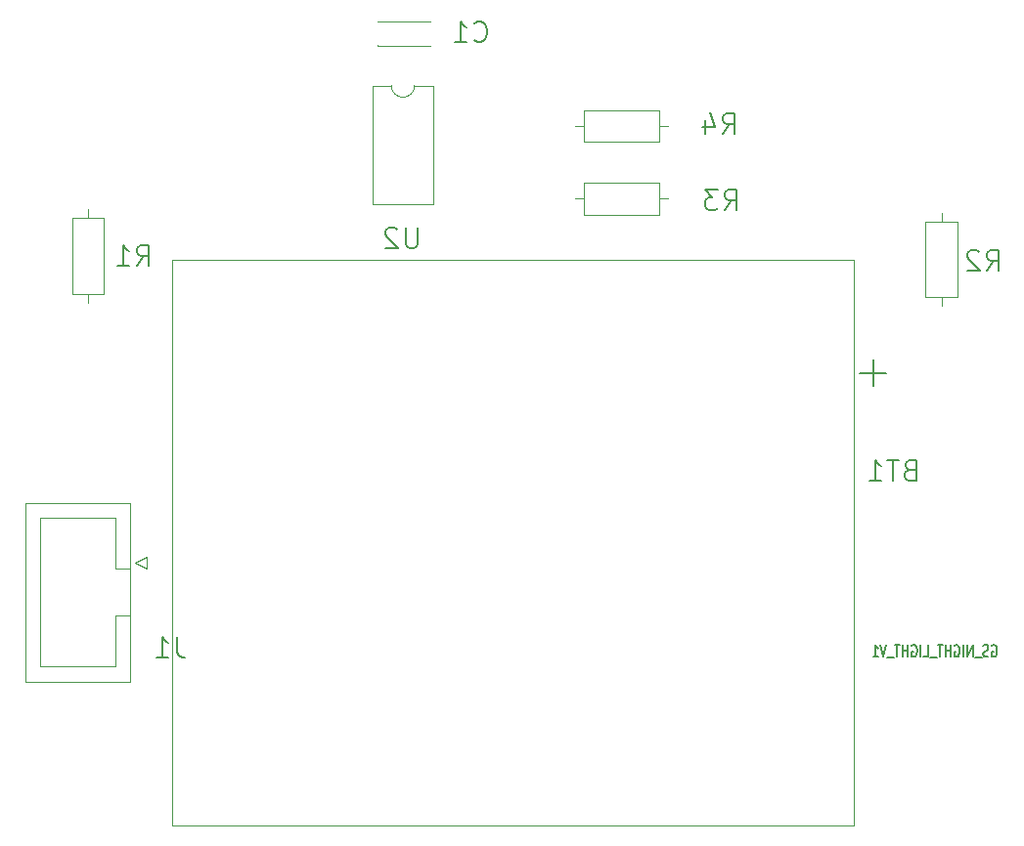
<source format=gbr>
%TF.GenerationSoftware,KiCad,Pcbnew,9.0.7-9.0.7~ubuntu24.04.1*%
%TF.CreationDate,2026-01-20T11:30:11-05:00*%
%TF.ProjectId,GS_Circuit,47535f43-6972-4637-9569-742e6b696361,rev?*%
%TF.SameCoordinates,Original*%
%TF.FileFunction,Legend,Bot*%
%TF.FilePolarity,Positive*%
%FSLAX46Y46*%
G04 Gerber Fmt 4.6, Leading zero omitted, Abs format (unit mm)*
G04 Created by KiCad (PCBNEW 9.0.7-9.0.7~ubuntu24.04.1) date 2026-01-20 11:30:11*
%MOMM*%
%LPD*%
G01*
G04 APERTURE LIST*
%ADD10C,0.152400*%
%ADD11C,0.203200*%
%ADD12C,0.150000*%
%ADD13C,0.100000*%
%ADD14C,0.120000*%
G04 APERTURE END LIST*
D10*
X101499165Y-79097313D02*
X101571737Y-79049694D01*
X101571737Y-79049694D02*
X101680594Y-79049694D01*
X101680594Y-79049694D02*
X101789451Y-79097313D01*
X101789451Y-79097313D02*
X101862022Y-79192551D01*
X101862022Y-79192551D02*
X101898308Y-79287789D01*
X101898308Y-79287789D02*
X101934594Y-79478265D01*
X101934594Y-79478265D02*
X101934594Y-79621122D01*
X101934594Y-79621122D02*
X101898308Y-79811598D01*
X101898308Y-79811598D02*
X101862022Y-79906836D01*
X101862022Y-79906836D02*
X101789451Y-80002075D01*
X101789451Y-80002075D02*
X101680594Y-80049694D01*
X101680594Y-80049694D02*
X101608022Y-80049694D01*
X101608022Y-80049694D02*
X101499165Y-80002075D01*
X101499165Y-80002075D02*
X101462879Y-79954455D01*
X101462879Y-79954455D02*
X101462879Y-79621122D01*
X101462879Y-79621122D02*
X101608022Y-79621122D01*
X101172594Y-80002075D02*
X101063737Y-80049694D01*
X101063737Y-80049694D02*
X100882308Y-80049694D01*
X100882308Y-80049694D02*
X100809737Y-80002075D01*
X100809737Y-80002075D02*
X100773451Y-79954455D01*
X100773451Y-79954455D02*
X100737165Y-79859217D01*
X100737165Y-79859217D02*
X100737165Y-79763979D01*
X100737165Y-79763979D02*
X100773451Y-79668741D01*
X100773451Y-79668741D02*
X100809737Y-79621122D01*
X100809737Y-79621122D02*
X100882308Y-79573503D01*
X100882308Y-79573503D02*
X101027451Y-79525884D01*
X101027451Y-79525884D02*
X101100022Y-79478265D01*
X101100022Y-79478265D02*
X101136308Y-79430646D01*
X101136308Y-79430646D02*
X101172594Y-79335408D01*
X101172594Y-79335408D02*
X101172594Y-79240170D01*
X101172594Y-79240170D02*
X101136308Y-79144932D01*
X101136308Y-79144932D02*
X101100022Y-79097313D01*
X101100022Y-79097313D02*
X101027451Y-79049694D01*
X101027451Y-79049694D02*
X100846022Y-79049694D01*
X100846022Y-79049694D02*
X100737165Y-79097313D01*
X100592023Y-80144932D02*
X100011451Y-80144932D01*
X99830023Y-80049694D02*
X99830023Y-79049694D01*
X99830023Y-79049694D02*
X99394594Y-80049694D01*
X99394594Y-80049694D02*
X99394594Y-79049694D01*
X99031737Y-80049694D02*
X99031737Y-79049694D01*
X98269737Y-79097313D02*
X98342309Y-79049694D01*
X98342309Y-79049694D02*
X98451166Y-79049694D01*
X98451166Y-79049694D02*
X98560023Y-79097313D01*
X98560023Y-79097313D02*
X98632594Y-79192551D01*
X98632594Y-79192551D02*
X98668880Y-79287789D01*
X98668880Y-79287789D02*
X98705166Y-79478265D01*
X98705166Y-79478265D02*
X98705166Y-79621122D01*
X98705166Y-79621122D02*
X98668880Y-79811598D01*
X98668880Y-79811598D02*
X98632594Y-79906836D01*
X98632594Y-79906836D02*
X98560023Y-80002075D01*
X98560023Y-80002075D02*
X98451166Y-80049694D01*
X98451166Y-80049694D02*
X98378594Y-80049694D01*
X98378594Y-80049694D02*
X98269737Y-80002075D01*
X98269737Y-80002075D02*
X98233451Y-79954455D01*
X98233451Y-79954455D02*
X98233451Y-79621122D01*
X98233451Y-79621122D02*
X98378594Y-79621122D01*
X97906880Y-80049694D02*
X97906880Y-79049694D01*
X97906880Y-79525884D02*
X97471451Y-79525884D01*
X97471451Y-80049694D02*
X97471451Y-79049694D01*
X97217451Y-79049694D02*
X96782023Y-79049694D01*
X96999737Y-80049694D02*
X96999737Y-79049694D01*
X96709452Y-80144932D02*
X96128880Y-80144932D01*
X95584595Y-80049694D02*
X95947452Y-80049694D01*
X95947452Y-80049694D02*
X95947452Y-79049694D01*
X95330595Y-80049694D02*
X95330595Y-79049694D01*
X94568595Y-79097313D02*
X94641167Y-79049694D01*
X94641167Y-79049694D02*
X94750024Y-79049694D01*
X94750024Y-79049694D02*
X94858881Y-79097313D01*
X94858881Y-79097313D02*
X94931452Y-79192551D01*
X94931452Y-79192551D02*
X94967738Y-79287789D01*
X94967738Y-79287789D02*
X95004024Y-79478265D01*
X95004024Y-79478265D02*
X95004024Y-79621122D01*
X95004024Y-79621122D02*
X94967738Y-79811598D01*
X94967738Y-79811598D02*
X94931452Y-79906836D01*
X94931452Y-79906836D02*
X94858881Y-80002075D01*
X94858881Y-80002075D02*
X94750024Y-80049694D01*
X94750024Y-80049694D02*
X94677452Y-80049694D01*
X94677452Y-80049694D02*
X94568595Y-80002075D01*
X94568595Y-80002075D02*
X94532309Y-79954455D01*
X94532309Y-79954455D02*
X94532309Y-79621122D01*
X94532309Y-79621122D02*
X94677452Y-79621122D01*
X94205738Y-80049694D02*
X94205738Y-79049694D01*
X94205738Y-79525884D02*
X93770309Y-79525884D01*
X93770309Y-80049694D02*
X93770309Y-79049694D01*
X93516309Y-79049694D02*
X93080881Y-79049694D01*
X93298595Y-80049694D02*
X93298595Y-79049694D01*
X93008310Y-80144932D02*
X92427738Y-80144932D01*
X92355167Y-79049694D02*
X92101167Y-80049694D01*
X92101167Y-80049694D02*
X91847167Y-79049694D01*
X91194024Y-80049694D02*
X91629453Y-80049694D01*
X91411738Y-80049694D02*
X91411738Y-79049694D01*
X91411738Y-79049694D02*
X91484310Y-79192551D01*
X91484310Y-79192551D02*
X91556881Y-79287789D01*
X91556881Y-79287789D02*
X91629453Y-79335408D01*
D11*
X94327000Y-63900637D02*
X94073000Y-63985304D01*
X94073000Y-63985304D02*
X93988333Y-64069970D01*
X93988333Y-64069970D02*
X93903666Y-64239304D01*
X93903666Y-64239304D02*
X93903666Y-64493304D01*
X93903666Y-64493304D02*
X93988333Y-64662637D01*
X93988333Y-64662637D02*
X94073000Y-64747304D01*
X94073000Y-64747304D02*
X94242333Y-64831970D01*
X94242333Y-64831970D02*
X94919666Y-64831970D01*
X94919666Y-64831970D02*
X94919666Y-63053970D01*
X94919666Y-63053970D02*
X94327000Y-63053970D01*
X94327000Y-63053970D02*
X94157666Y-63138637D01*
X94157666Y-63138637D02*
X94073000Y-63223304D01*
X94073000Y-63223304D02*
X93988333Y-63392637D01*
X93988333Y-63392637D02*
X93988333Y-63561970D01*
X93988333Y-63561970D02*
X94073000Y-63731304D01*
X94073000Y-63731304D02*
X94157666Y-63815970D01*
X94157666Y-63815970D02*
X94327000Y-63900637D01*
X94327000Y-63900637D02*
X94919666Y-63900637D01*
X93395666Y-63053970D02*
X92379666Y-63053970D01*
X92887666Y-64831970D02*
X92887666Y-63053970D01*
X90855666Y-64831970D02*
X91871666Y-64831970D01*
X91363666Y-64831970D02*
X91363666Y-63053970D01*
X91363666Y-63053970D02*
X91532999Y-63307970D01*
X91532999Y-63307970D02*
X91702333Y-63477304D01*
X91702333Y-63477304D02*
X91871666Y-63561970D01*
D12*
X92352857Y-55467200D02*
X90067143Y-55467200D01*
X91210000Y-56610057D02*
X91210000Y-54324342D01*
D11*
X51814666Y-42883970D02*
X51814666Y-44323304D01*
X51814666Y-44323304D02*
X51730000Y-44492637D01*
X51730000Y-44492637D02*
X51645333Y-44577304D01*
X51645333Y-44577304D02*
X51476000Y-44661970D01*
X51476000Y-44661970D02*
X51137333Y-44661970D01*
X51137333Y-44661970D02*
X50968000Y-44577304D01*
X50968000Y-44577304D02*
X50883333Y-44492637D01*
X50883333Y-44492637D02*
X50798666Y-44323304D01*
X50798666Y-44323304D02*
X50798666Y-42883970D01*
X50036666Y-43053304D02*
X49951999Y-42968637D01*
X49951999Y-42968637D02*
X49782666Y-42883970D01*
X49782666Y-42883970D02*
X49359333Y-42883970D01*
X49359333Y-42883970D02*
X49189999Y-42968637D01*
X49189999Y-42968637D02*
X49105333Y-43053304D01*
X49105333Y-43053304D02*
X49020666Y-43222637D01*
X49020666Y-43222637D02*
X49020666Y-43391970D01*
X49020666Y-43391970D02*
X49105333Y-43645970D01*
X49105333Y-43645970D02*
X50121333Y-44661970D01*
X50121333Y-44661970D02*
X49020666Y-44661970D01*
X78216332Y-34751970D02*
X78808999Y-33905304D01*
X79232332Y-34751970D02*
X79232332Y-32973970D01*
X79232332Y-32973970D02*
X78554999Y-32973970D01*
X78554999Y-32973970D02*
X78385666Y-33058637D01*
X78385666Y-33058637D02*
X78300999Y-33143304D01*
X78300999Y-33143304D02*
X78216332Y-33312637D01*
X78216332Y-33312637D02*
X78216332Y-33566637D01*
X78216332Y-33566637D02*
X78300999Y-33735970D01*
X78300999Y-33735970D02*
X78385666Y-33820637D01*
X78385666Y-33820637D02*
X78554999Y-33905304D01*
X78554999Y-33905304D02*
X79232332Y-33905304D01*
X76692332Y-33566637D02*
X76692332Y-34751970D01*
X77115666Y-32889304D02*
X77538999Y-34159304D01*
X77538999Y-34159304D02*
X76438332Y-34159304D01*
X56656332Y-26602637D02*
X56740999Y-26687304D01*
X56740999Y-26687304D02*
X56994999Y-26771970D01*
X56994999Y-26771970D02*
X57164332Y-26771970D01*
X57164332Y-26771970D02*
X57418332Y-26687304D01*
X57418332Y-26687304D02*
X57587666Y-26517970D01*
X57587666Y-26517970D02*
X57672332Y-26348637D01*
X57672332Y-26348637D02*
X57756999Y-26009970D01*
X57756999Y-26009970D02*
X57756999Y-25755970D01*
X57756999Y-25755970D02*
X57672332Y-25417304D01*
X57672332Y-25417304D02*
X57587666Y-25247970D01*
X57587666Y-25247970D02*
X57418332Y-25078637D01*
X57418332Y-25078637D02*
X57164332Y-24993970D01*
X57164332Y-24993970D02*
X56994999Y-24993970D01*
X56994999Y-24993970D02*
X56740999Y-25078637D01*
X56740999Y-25078637D02*
X56656332Y-25163304D01*
X54962999Y-26771970D02*
X55978999Y-26771970D01*
X55470999Y-26771970D02*
X55470999Y-24993970D01*
X55470999Y-24993970D02*
X55640332Y-25247970D01*
X55640332Y-25247970D02*
X55809666Y-25417304D01*
X55809666Y-25417304D02*
X55978999Y-25501970D01*
X101036332Y-46581970D02*
X101628999Y-45735304D01*
X102052332Y-46581970D02*
X102052332Y-44803970D01*
X102052332Y-44803970D02*
X101374999Y-44803970D01*
X101374999Y-44803970D02*
X101205666Y-44888637D01*
X101205666Y-44888637D02*
X101120999Y-44973304D01*
X101120999Y-44973304D02*
X101036332Y-45142637D01*
X101036332Y-45142637D02*
X101036332Y-45396637D01*
X101036332Y-45396637D02*
X101120999Y-45565970D01*
X101120999Y-45565970D02*
X101205666Y-45650637D01*
X101205666Y-45650637D02*
X101374999Y-45735304D01*
X101374999Y-45735304D02*
X102052332Y-45735304D01*
X100358999Y-44973304D02*
X100274332Y-44888637D01*
X100274332Y-44888637D02*
X100104999Y-44803970D01*
X100104999Y-44803970D02*
X99681666Y-44803970D01*
X99681666Y-44803970D02*
X99512332Y-44888637D01*
X99512332Y-44888637D02*
X99427666Y-44973304D01*
X99427666Y-44973304D02*
X99342999Y-45142637D01*
X99342999Y-45142637D02*
X99342999Y-45311970D01*
X99342999Y-45311970D02*
X99427666Y-45565970D01*
X99427666Y-45565970D02*
X100443666Y-46581970D01*
X100443666Y-46581970D02*
X99342999Y-46581970D01*
X78376332Y-41341970D02*
X78968999Y-40495304D01*
X79392332Y-41341970D02*
X79392332Y-39563970D01*
X79392332Y-39563970D02*
X78714999Y-39563970D01*
X78714999Y-39563970D02*
X78545666Y-39648637D01*
X78545666Y-39648637D02*
X78460999Y-39733304D01*
X78460999Y-39733304D02*
X78376332Y-39902637D01*
X78376332Y-39902637D02*
X78376332Y-40156637D01*
X78376332Y-40156637D02*
X78460999Y-40325970D01*
X78460999Y-40325970D02*
X78545666Y-40410637D01*
X78545666Y-40410637D02*
X78714999Y-40495304D01*
X78714999Y-40495304D02*
X79392332Y-40495304D01*
X77783666Y-39563970D02*
X76682999Y-39563970D01*
X76682999Y-39563970D02*
X77275666Y-40241304D01*
X77275666Y-40241304D02*
X77021666Y-40241304D01*
X77021666Y-40241304D02*
X76852332Y-40325970D01*
X76852332Y-40325970D02*
X76767666Y-40410637D01*
X76767666Y-40410637D02*
X76682999Y-40579970D01*
X76682999Y-40579970D02*
X76682999Y-41003304D01*
X76682999Y-41003304D02*
X76767666Y-41172637D01*
X76767666Y-41172637D02*
X76852332Y-41257304D01*
X76852332Y-41257304D02*
X77021666Y-41341970D01*
X77021666Y-41341970D02*
X77529666Y-41341970D01*
X77529666Y-41341970D02*
X77698999Y-41257304D01*
X77698999Y-41257304D02*
X77783666Y-41172637D01*
X27496332Y-46161970D02*
X28088999Y-45315304D01*
X28512332Y-46161970D02*
X28512332Y-44383970D01*
X28512332Y-44383970D02*
X27834999Y-44383970D01*
X27834999Y-44383970D02*
X27665666Y-44468637D01*
X27665666Y-44468637D02*
X27580999Y-44553304D01*
X27580999Y-44553304D02*
X27496332Y-44722637D01*
X27496332Y-44722637D02*
X27496332Y-44976637D01*
X27496332Y-44976637D02*
X27580999Y-45145970D01*
X27580999Y-45145970D02*
X27665666Y-45230637D01*
X27665666Y-45230637D02*
X27834999Y-45315304D01*
X27834999Y-45315304D02*
X28512332Y-45315304D01*
X25802999Y-46161970D02*
X26818999Y-46161970D01*
X26310999Y-46161970D02*
X26310999Y-44383970D01*
X26310999Y-44383970D02*
X26480332Y-44637970D01*
X26480332Y-44637970D02*
X26649666Y-44807304D01*
X26649666Y-44807304D02*
X26818999Y-44891970D01*
X30982666Y-78383970D02*
X30982666Y-79653970D01*
X30982666Y-79653970D02*
X31067333Y-79907970D01*
X31067333Y-79907970D02*
X31236666Y-80077304D01*
X31236666Y-80077304D02*
X31490666Y-80161970D01*
X31490666Y-80161970D02*
X31660000Y-80161970D01*
X29204666Y-80161970D02*
X30220666Y-80161970D01*
X29712666Y-80161970D02*
X29712666Y-78383970D01*
X29712666Y-78383970D02*
X29881999Y-78637970D01*
X29881999Y-78637970D02*
X30051333Y-78807304D01*
X30051333Y-78807304D02*
X30220666Y-78891970D01*
%TO.C,BT1*%
D13*
X89510000Y-45666000D02*
X30510000Y-45666000D01*
X30510000Y-94666000D01*
X89510000Y-94666000D01*
X89510000Y-45666000D01*
D14*
%TO.C,U2*%
X47865000Y-30560000D02*
X49515000Y-30560000D01*
X47865000Y-40840000D02*
X47865000Y-30560000D01*
X51515000Y-30560000D02*
X53165000Y-30560000D01*
X53165000Y-30560000D02*
X53165000Y-40840000D01*
X53165000Y-40840000D02*
X47865000Y-40840000D01*
X51515000Y-30560000D02*
G75*
G02*
X49515000Y-30560000I-1000000J0D01*
G01*
%TO.C,R4*%
X65390000Y-34060000D02*
X66160000Y-34060000D01*
X73470000Y-34060000D02*
X72700000Y-34060000D01*
X66160000Y-35430000D02*
X72700000Y-35430000D01*
X72700000Y-32690000D01*
X66160000Y-32690000D01*
X66160000Y-35430000D01*
%TO.C,C1*%
X48320000Y-27064000D02*
X48320000Y-27120000D01*
X48320000Y-27120000D02*
X52860000Y-27120000D01*
X52860000Y-24980000D02*
X48320000Y-24980000D01*
X52860000Y-25036000D02*
X52860000Y-24980000D01*
%TO.C,R2*%
X97130000Y-41560000D02*
X97130000Y-42330000D01*
X97130000Y-49640000D02*
X97130000Y-48870000D01*
X98500000Y-48870000D02*
X95760000Y-48870000D01*
X95760000Y-42330000D01*
X98500000Y-42330000D01*
X98500000Y-48870000D01*
%TO.C,R3*%
X65390000Y-40360000D02*
X66160000Y-40360000D01*
X73470000Y-40360000D02*
X72700000Y-40360000D01*
X72700000Y-38990000D02*
X66160000Y-38990000D01*
X66160000Y-41730000D01*
X72700000Y-41730000D01*
X72700000Y-38990000D01*
%TO.C,R1*%
X23260000Y-41280000D02*
X23260000Y-42050000D01*
X23260000Y-49360000D02*
X23260000Y-48590000D01*
X24630000Y-48590000D02*
X21890000Y-48590000D01*
X21890000Y-42050000D01*
X24630000Y-42050000D01*
X24630000Y-48590000D01*
%TO.C,J1*%
X17800000Y-66720000D02*
X17800000Y-82220000D01*
X17800000Y-82220000D02*
X26920000Y-82220000D01*
X19110000Y-68020000D02*
X19110000Y-80920000D01*
X19110000Y-80920000D02*
X25610000Y-80920000D01*
X25610000Y-68020000D02*
X19110000Y-68020000D01*
X25610000Y-72420000D02*
X25610000Y-68020000D01*
X25610000Y-76520000D02*
X26920000Y-76520000D01*
X25610000Y-80920000D02*
X25610000Y-76520000D01*
X26920000Y-66720000D02*
X17800000Y-66720000D01*
X26920000Y-72420000D02*
X25610000Y-72420000D01*
X26920000Y-82220000D02*
X26920000Y-66720000D01*
X27310000Y-71930000D02*
X28310000Y-71430000D01*
X28310000Y-71430000D02*
X28310000Y-72430000D01*
X28310000Y-72430000D02*
X27310000Y-71930000D01*
%TD*%
M02*

</source>
